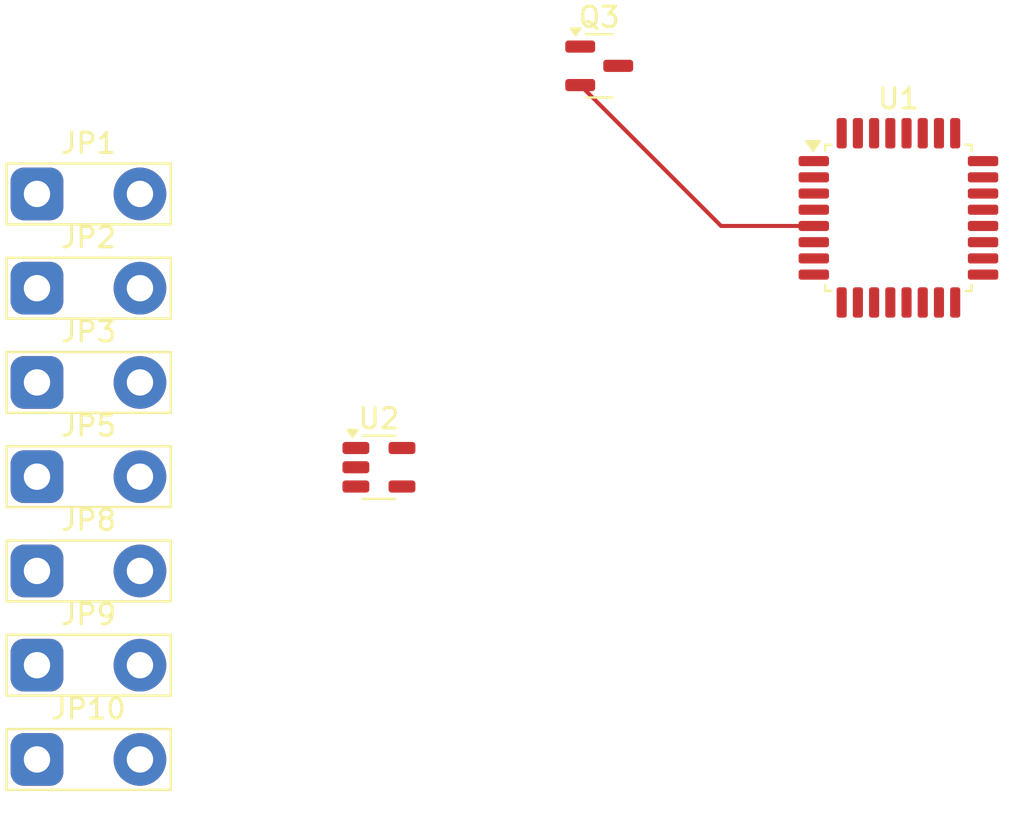
<source format=kicad_pcb>
(kicad_pcb (version 20240108) (generator "pcbnew") (generator_version "8.0")
  (layers (0 "F.Cu" signal) (31 "B.Cu" signal) (34 "B.Paste" user) (35 "F.Paste" user) (36 "B.SilkS" user "B.Silkscreen") (37 "F.SilkS" user "F.Silkscreen") (38 "B.Mask" user) (39 "F.Mask" user) (44 "Edge.Cuts" user))
  (net 0 "")
  (net 1 "LED_R")
  (net 2 "Net-(JP1-A)")
  (net 3 "Net-(JP2-A)")
  (net 4 "LED_G")
  (net 5 "LED_B")
  (net 6 "Net-(JP3-A)")
  (net 7 "BTN_Code")
  (net 8 "Net-(JP5-A)")
  (net 9 "Net-(JP8-A)")
  (net 10 "I2C_SDA")
  (net 11 "I2C_SCL")
  (net 12 "Net-(JP9-A)")
  (net 13 "Net-(J1-Pin_4)")
  (net 14 "USB_VBUS")
  (net 15 "Net-(BZ1--)")
  (net 16 "Net-(Q3-G)")
  (net 17 "GND")
  (net 19 "OSC_OUT")
  (net 22 "Buzzer")
  (net 24 "LED_Status")
  (net 27 "SWDIO")
  (net 29 "ACC_INT2")
  (net 30 "ACC_INT1")
  (net 31 "SWCLK")
  (net 37 "OSC_IN")
  (net 41 "nRST")
  (net 42 "+3V3")
  (footprint "Package_TO_SOT_SMD:SOT-23" (layer "F.Cu") (at 116.5625 69)
    (property "Reference" "Q3" (at 0 -2.4 0) (layer "F.SilkS"))
    (property "Value" "2N7002H")
    (fp_line (start 0 -1.56) (end -0.65 -1.56) (stroke (width 0.12)) (layer "F.SilkS"))
    (fp_line (start 0 -1.56) (end 0.65 -1.56) (stroke (width 0.12)) (layer "F.SilkS"))
    (fp_line (start 0 1.56) (end -0.65 1.56) (stroke (width 0.12)) (layer "F.SilkS"))
    (fp_line (start 0 1.56) (end 0.65 1.56) (stroke (width 0.12)) (layer "F.SilkS"))
    (fp_poly (pts (xy -1.1625 -1.51) (xy -1.4025 -1.84) (xy -0.9225 -1.84) (xy -1.1625 -1.51)) (stroke (width 0.12)) (fill solid) (layer "F.SilkS"))
    (pad "1" smd roundrect (at -0.9375 -0.95) (size 1.475 0.6) (layers "F.Cu" "F.Paste" "F.Mask") (net 16 "Net-(Q3-G)"))
    (pad "2" smd roundrect (at -0.9375 0.95) (size 1.475 0.6) (layers "F.Cu" "F.Paste" "F.Mask") (net 17 "GND"))
    (pad "3" smd roundrect (at 0.9375 0) (size 1.475 0.6) (layers "F.Cu" "F.Paste" "F.Mask") (net 15 "Net-(BZ1--)"))
  )
  (footprint "TestPoint:TestPoint_2Pads_Pitch5.08mm_Drill1.3mm" (layer "F.Cu") (at 88.825 84.62)
    (property "Reference" "JP3" (at 2.54 -2.5 0) (layer "F.SilkS"))
    (property "Value" "2_Open")
    (fp_line (start -1.5 -1.5) (end -1.5 1.5) (stroke (width 0.12)) (layer "F.SilkS"))
    (fp_line (start -1.5 -1.5) (end 6.6 -1.5) (stroke (width 0.12)) (layer "F.SilkS"))
    (fp_line (start 6.6 1.5) (end -1.5 1.5) (stroke (width 0.12)) (layer "F.SilkS"))
    (fp_line (start 6.6 1.5) (end 6.6 -1.5) (stroke (width 0.12)) (layer "F.SilkS"))
    (pad "1" thru_hole roundrect (at 0 0) (size 2.6 2.6) (drill 1.3) (layers "*.Cu" "*.Mask") (net 6 "Net-(JP3-A)"))
    (pad "2" thru_hole circle (at 5.08 0) (size 2.6 2.6) (drill 1.3) (layers "*.Cu" "*.Mask") (net 5 "LED_B"))
  )
  (footprint "TestPoint:TestPoint_2Pads_Pitch5.08mm_Drill1.3mm" (layer "F.Cu") (at 88.825 103.22)
    (property "Reference" "JP10" (at 2.54 -2.5 0) (layer "F.SilkS"))
    (property "Value" "~")
    (fp_line (start -1.5 -1.5) (end -1.5 1.5) (stroke (width 0.12)) (layer "F.SilkS"))
    (fp_line (start -1.5 -1.5) (end 6.6 -1.5) (stroke (width 0.12)) (layer "F.SilkS"))
    (fp_line (start 6.6 1.5) (end -1.5 1.5) (stroke (width 0.12)) (layer "F.SilkS"))
    (fp_line (start 6.6 1.5) (end 6.6 -1.5) (stroke (width 0.12)) (layer "F.SilkS"))
    (pad "1" thru_hole roundrect (at 0 0) (size 2.6 2.6) (drill 1.3) (layers "*.Cu" "*.Mask") (net 14 "USB_VBUS"))
    (pad "2" thru_hole circle (at 5.08 0) (size 2.6 2.6) (drill 1.3) (layers "*.Cu" "*.Mask") (net 13 "Net-(J1-Pin_4)"))
  )
  (footprint "TestPoint:TestPoint_2Pads_Pitch5.08mm_Drill1.3mm" (layer "F.Cu") (at 88.825 98.57)
    (property "Reference" "JP9" (at 2.54 -2.5 0) (layer "F.SilkS"))
    (property "Value" "2_Open")
    (fp_line (start -1.5 -1.5) (end -1.5 1.5) (stroke (width 0.12)) (layer "F.SilkS"))
    (fp_line (start -1.5 -1.5) (end 6.6 -1.5) (stroke (width 0.12)) (layer "F.SilkS"))
    (fp_line (start 6.6 1.5) (end -1.5 1.5) (stroke (width 0.12)) (layer "F.SilkS"))
    (fp_line (start 6.6 1.5) (end 6.6 -1.5) (stroke (width 0.12)) (layer "F.SilkS"))
    (pad "1" thru_hole roundrect (at 0 0) (size 2.6 2.6) (drill 1.3) (layers "*.Cu" "*.Mask") (net 12 "Net-(JP9-A)"))
    (pad "2" thru_hole circle (at 5.08 0) (size 2.6 2.6) (drill 1.3) (layers "*.Cu" "*.Mask") (net 11 "I2C_SCL"))
  )
  (footprint "TestPoint:TestPoint_2Pads_Pitch5.08mm_Drill1.3mm" (layer "F.Cu") (at 88.825 75.32)
    (property "Reference" "JP1" (at 2.54 -2.5 0) (layer "F.SilkS"))
    (property "Value" "2_Open")
    (fp_line (start -1.5 -1.5) (end -1.5 1.5) (stroke (width 0.12)) (layer "F.SilkS"))
    (fp_line (start -1.5 -1.5) (end 6.6 -1.5) (stroke (width 0.12)) (layer "F.SilkS"))
    (fp_line (start 6.6 1.5) (end -1.5 1.5) (stroke (width 0.12)) (layer "F.SilkS"))
    (fp_line (start 6.6 1.5) (end 6.6 -1.5) (stroke (width 0.12)) (layer "F.SilkS"))
    (pad "1" thru_hole roundrect (at 0 0) (size 2.6 2.6) (drill 1.3) (layers "*.Cu" "*.Mask") (net 2 "Net-(JP1-A)"))
    (pad "2" thru_hole circle (at 5.08 0) (size 2.6 2.6) (drill 1.3) (layers "*.Cu" "*.Mask") (net 1 "LED_R"))
  )
  (footprint "TestPoint:TestPoint_2Pads_Pitch5.08mm_Drill1.3mm" (layer "F.Cu") (at 88.825 79.97)
    (property "Reference" "JP2" (at 2.54 -2.5 0) (layer "F.SilkS"))
    (property "Value" "2_Open")
    (fp_line (start -1.5 -1.5) (end -1.5 1.5) (stroke (width 0.12)) (layer "F.SilkS"))
    (fp_line (start -1.5 -1.5) (end 6.6 -1.5) (stroke (width 0.12)) (layer "F.SilkS"))
    (fp_line (start 6.6 1.5) (end -1.5 1.5) (stroke (width 0.12)) (layer "F.SilkS"))
    (fp_line (start 6.6 1.5) (end 6.6 -1.5) (stroke (width 0.12)) (layer "F.SilkS"))
    (pad "1" thru_hole roundrect (at 0 0) (size 2.6 2.6) (drill 1.3) (layers "*.Cu" "*.Mask") (net 3 "Net-(JP2-A)"))
    (pad "2" thru_hole circle (at 5.08 0) (size 2.6 2.6) (drill 1.3) (layers "*.Cu" "*.Mask") (net 4 "LED_G"))
  )
  (footprint "TestPoint:TestPoint_2Pads_Pitch5.08mm_Drill1.3mm" (layer "F.Cu") (at 88.825 89.27)
    (property "Reference" "JP5" (at 2.54 -2.5 0) (layer "F.SilkS"))
    (property "Value" "2_Open")
    (fp_line (start -1.5 -1.5) (end -1.5 1.5) (stroke (width 0.12)) (layer "F.SilkS"))
    (fp_line (start -1.5 -1.5) (end 6.6 -1.5) (stroke (width 0.12)) (layer "F.SilkS"))
    (fp_line (start 6.6 1.5) (end -1.5 1.5) (stroke (width 0.12)) (layer "F.SilkS"))
    (fp_line (start 6.6 1.5) (end 6.6 -1.5) (stroke (width 0.12)) (layer "F.SilkS"))
    (pad "1" thru_hole roundrect (at 0 0) (size 2.6 2.6) (drill 1.3) (layers "*.Cu" "*.Mask") (net 8 "Net-(JP5-A)"))
    (pad "2" thru_hole circle (at 5.08 0) (size 2.6 2.6) (drill 1.3) (layers "*.Cu" "*.Mask") (net 7 "BTN_Code"))
  )
  (footprint "Package_QFP:LQFP-32_7x7mm_P0.8mm" (layer "F.Cu") (at 131.325 76.5)
    (property "Reference" "U1" (at 0 -5.88 0) (layer "F.SilkS"))
    (property "Value" "STM32G070KBTx")
    (fp_line (start -3.61 -3.61) (end -3.61 -3.31) (stroke (width 0.12)) (layer "F.SilkS"))
    (fp_line (start -3.61 3.61) (end -3.61 3.31) (stroke (width 0.12)) (layer "F.SilkS"))
    (fp_line (start -3.31 -3.61) (end -3.61 -3.61) (stroke (width 0.12)) (layer "F.SilkS"))
    (fp_line (start -3.31 3.61) (end -3.61 3.61) (stroke (width 0.12)) (layer "F.SilkS"))
    (fp_line (start 3.31 -3.61) (end 3.61 -3.61) (stroke (width 0.12)) (layer "F.SilkS"))
    (fp_line (start 3.31 3.61) (end 3.61 3.61) (stroke (width 0.12)) (layer "F.SilkS"))
    (fp_line (start 3.61 -3.61) (end 3.61 -3.31) (stroke (width 0.12)) (layer "F.SilkS"))
    (fp_line (start 3.61 3.61) (end 3.61 3.31) (stroke (width 0.12)) (layer "F.SilkS"))
    (fp_poly (pts (xy -4.2125 -3.31) (xy -4.5525 -3.78) (xy -3.8725 -3.78) (xy -4.2125 -3.31)) (stroke (width 0.12)) (fill solid) (layer "F.SilkS"))
    (pad "1" smd roundrect (at -4.175 -2.8) (size 1.5 0.5) (layers "F.Cu" "F.Paste" "F.Mask"))
    (pad "2" smd roundrect (at -4.175 -2) (size 1.5 0.5) (layers "F.Cu" "F.Paste" "F.Mask") (net 37 "OSC_IN"))
    (pad "3" smd roundrect (at -4.175 -1.2) (size 1.5 0.5) (layers "F.Cu" "F.Paste" "F.Mask") (net 19 "OSC_OUT"))
    (pad "4" smd roundrect (at -4.175 -0.4) (size 1.5 0.5) (layers "F.Cu" "F.Paste" "F.Mask") (net 42 "+3V3"))
    (pad "5" smd roundrect (at -4.175 0.4) (size 1.5 0.5) (layers "F.Cu" "F.Paste" "F.Mask") (net 17 "GND"))
    (pad "6" smd roundrect (at -4.175 1.2) (size 1.5 0.5) (layers "F.Cu" "F.Paste" "F.Mask") (net 41 "nRST"))
    (pad "7" smd roundrect (at -4.175 2) (size 1.5 0.5) (layers "F.Cu" "F.Paste" "F.Mask") (net 29 "ACC_INT2"))
    (pad "8" smd roundrect (at -4.175 2.8) (size 1.5 0.5) (layers "F.Cu" "F.Paste" "F.Mask") (net 30 "ACC_INT1"))
    (pad "9" smd roundrect (at -2.8 4.175) (size 0.5 1.5) (layers "F.Cu" "F.Paste" "F.Mask"))
    (pad "10" smd roundrect (at -2 4.175) (size 0.5 1.5) (layers "F.Cu" "F.Paste" "F.Mask"))
    (pad "11" smd roundrect (at -1.2 4.175) (size 0.5 1.5) (layers "F.Cu" "F.Paste" "F.Mask"))
    (pad "12" smd roundrect (at -0.4 4.175) (size 0.5 1.5) (layers "F.Cu" "F.Paste" "F.Mask"))
    (pad "13" smd roundrect (at 0.4 4.175) (size 0.5 1.5) (layers "F.Cu" "F.Paste" "F.Mask"))
    (pad "14" smd roundrect (at 1.2 4.175) (size 0.5 1.5) (layers "F.Cu" "F.Paste" "F.Mask") (net 22 "Buzzer"))
    (pad "15" smd roundrect (at 2 4.175) (size 0.5 1.5) (layers "F.Cu" "F.Paste" "F.Mask") (net 24 "LED_Status"))
    (pad "16" smd roundrect (at 2.8 4.175) (size 0.5 1.5) (layers "F.Cu" "F.Paste" "F.Mask") (net 7 "BTN_Code"))
    (pad "17" smd roundrect (at 4.175 2.8) (size 1.5 0.5) (layers "F.Cu" "F.Paste" "F.Mask"))
    (pad "18" smd roundrect (at 4.175 2) (size 1.5 0.5) (layers "F.Cu" "F.Paste" "F.Mask") (net 1 "LED_R"))
    (pad "19" smd roundrect (at 4.175 1.2) (size 1.5 0.5) (layers "F.Cu" "F.Paste" "F.Mask") (net 4 "LED_G"))
    (pad "20" smd roundrect (at 4.175 0.4) (size 1.5 0.5) (layers "F.Cu" "F.Paste" "F.Mask"))
    (pad "21" smd roundrect (at 4.175 -0.4) (size 1.5 0.5) (layers "F.Cu" "F.Paste" "F.Mask") (net 5 "LED_B"))
    (pad "22" smd roundrect (at 4.175 -1.2) (size 1.5 0.5) (layers "F.Cu" "F.Paste" "F.Mask"))
    (pad "23" smd roundrect (at 4.175 -2) (size 1.5 0.5) (layers "F.Cu" "F.Paste" "F.Mask"))
    (pad "24" smd roundrect (at 4.175 -2.8) (size 1.5 0.5) (layers "F.Cu" "F.Paste" "F.Mask") (net 27 "SWDIO"))
    (pad "25" smd roundrect (at 2.8 -4.175) (size 0.5 1.5) (layers "F.Cu" "F.Paste" "F.Mask") (net 31 "SWCLK"))
    (pad "26" smd roundrect (at 2 -4.175) (size 0.5 1.5) (layers "F.Cu" "F.Paste" "F.Mask"))
    (pad "27" smd roundrect (at 1.2 -4.175) (size 0.5 1.5) (layers "F.Cu" "F.Paste" "F.Mask"))
    (pad "28" smd roundrect (at 0.4 -4.175) (size 0.5 1.5) (layers "F.Cu" "F.Paste" "F.Mask"))
    (pad "29" smd roundrect (at -0.4 -4.175) (size 0.5 1.5) (layers "F.Cu" "F.Paste" "F.Mask"))
    (pad "30" smd roundrect (at -1.2 -4.175) (size 0.5 1.5) (layers "F.Cu" "F.Paste" "F.Mask"))
    (pad "31" smd roundrect (at -2 -4.175) (size 0.5 1.5) (layers "F.Cu" "F.Paste" "F.Mask") (net 10 "I2C_SDA"))
    (pad "32" smd roundrect (at -2.8 -4.175) (size 0.5 1.5) (layers "F.Cu" "F.Paste" "F.Mask") (net 11 "I2C_SCL"))
  )
  (footprint "Package_TO_SOT_SMD:SOT-23-5" (layer "F.Cu") (at 105.695 88.805)
    (property "Reference" "U2" (at 0 -2.4 0) (layer "F.SilkS"))
    (property "Value" "TLV70233_SOT23-5")
    (fp_line (start 0 -1.56) (end -0.8 -1.56) (stroke (width 0.12)) (layer "F.SilkS"))
    (fp_line (start 0 -1.56) (end 0.8 -1.56) (stroke (width 0.12)) (layer "F.SilkS"))
    (fp_line (start 0 1.56) (end -0.8 1.56) (stroke (width 0.12)) (layer "F.SilkS"))
    (fp_line (start 0 1.56) (end 0.8 1.56) (stroke (width 0.12)) (layer "F.SilkS"))
    (fp_poly (pts (xy -1.3 -1.51) (xy -1.54 -1.84) (xy -1.06 -1.84) (xy -1.3 -1.51)) (stroke (width 0.12)) (fill solid) (layer "F.SilkS"))
    (pad "1" smd roundrect (at -1.1375 -0.95) (size 1.325 0.6) (layers "F.Cu" "F.Paste" "F.Mask") (net 14 "USB_VBUS"))
    (pad "2" smd roundrect (at -1.1375 0) (size 1.325 0.6) (layers "F.Cu" "F.Paste" "F.Mask") (net 17 "GND"))
    (pad "3" smd roundrect (at -1.1375 0.95) (size 1.325 0.6) (layers "F.Cu" "F.Paste" "F.Mask") (net 14 "USB_VBUS"))
    (pad "4" smd roundrect (at 1.1375 0.95) (size 1.325 0.6) (layers "F.Cu" "F.Paste" "F.Mask"))
    (pad "5" smd roundrect (at 1.1375 -0.95) (size 1.325 0.6) (layers "F.Cu" "F.Paste" "F.Mask") (net 42 "+3V3"))
  )
  (footprint "TestPoint:TestPoint_2Pads_Pitch5.08mm_Drill1.3mm" (layer "F.Cu") (at 88.825 93.92)
    (property "Reference" "JP8" (at 2.54 -2.5 0) (layer "F.SilkS"))
    (property "Value" "2_Open")
    (fp_line (start -1.5 -1.5) (end -1.5 1.5) (stroke (width 0.12)) (layer "F.SilkS"))
    (fp_line (start -1.5 -1.5) (end 6.6 -1.5) (stroke (width 0.12)) (layer "F.SilkS"))
    (fp_line (start 6.6 1.5) (end -1.5 1.5) (stroke (width 0.12)) (layer "F.SilkS"))
    (fp_line (start 6.6 1.5) (end 6.6 -1.5) (stroke (width 0.12)) (layer "F.SilkS"))
    (pad "1" thru_hole roundrect (at 0 0) (size 2.6 2.6) (drill 1.3) (layers "*.Cu" "*.Mask") (net 9 "Net-(JP8-A)"))
    (pad "2" thru_hole circle (at 5.08 0) (size 2.6 2.6) (drill 1.3) (layers "*.Cu" "*.Mask") (net 10 "I2C_SDA"))
  )
  (segment (start 115.625 69.95) (end 122.575 76.9) (width 0.2) (layer "F.Cu") (net 17))
  (segment (start 122.575 76.9) (end 127.15 76.9) (width 0.2) (layer "F.Cu") (net 17))
)
</source>
